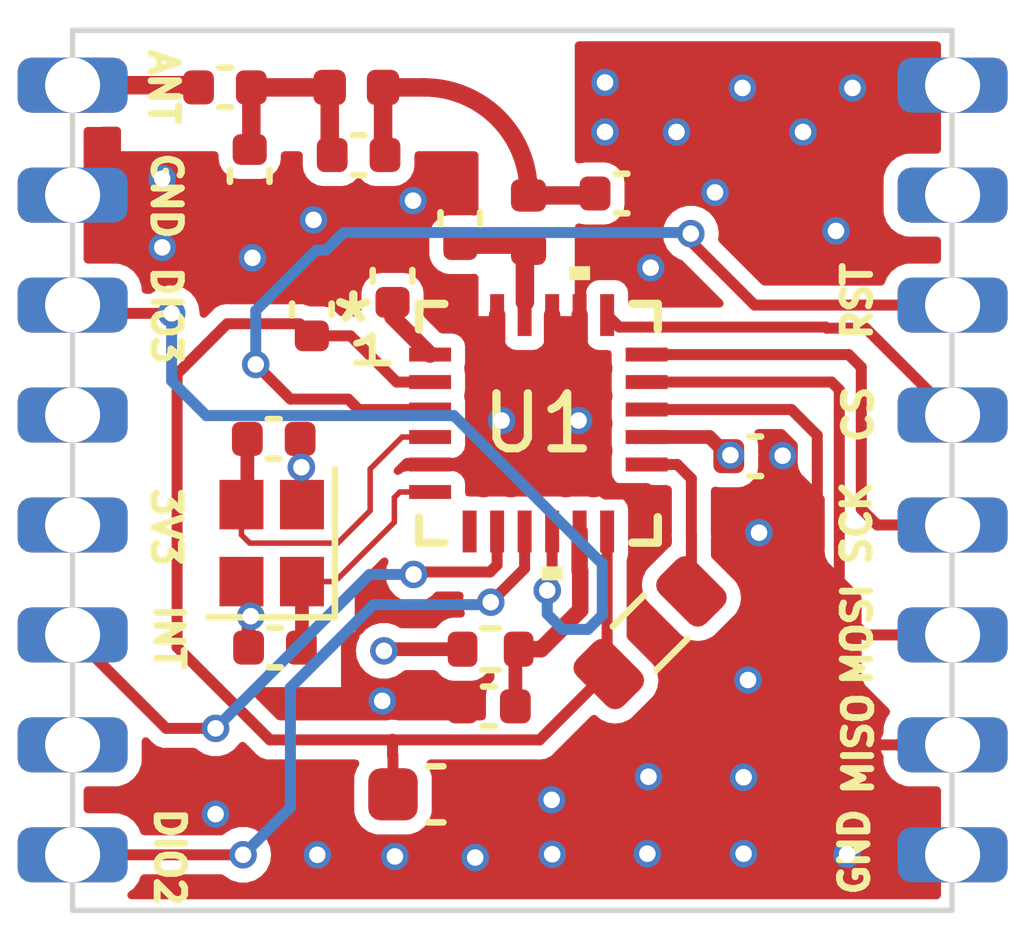
<source format=kicad_pcb>
(kicad_pcb (version 20221018) (generator pcbnew)
  (layers (0 "F.Cu" signal) (1 "In1.Cu" signal) (2 "In2.Cu" signal) (31 "B.Cu" power) (34 "B.Paste" user) (35 "F.Paste" user) (36 "B.SilkS" user "B.Silkscreen") (37 "F.SilkS" user "F.Silkscreen") (38 "B.Mask" user) (39 "F.Mask" user) (44 "Edge.Cuts" user))
  (net 0 "")
  (net 2 "/V_PA")
  (net 3 "GND")
  (net 4 "/V_DCC")
  (net 5 "/XTB_Reference Oscillator")
  (net 6 "/XTA")
  (net 7 "Net-(U1-VBAT_IO)")
  (net 8 "Net-(U1-RFIO)")
  (net 9 "/V_DCC2")
  (net 10 "ANT")
  (net 11 "DIO3")
  (net 12 "INT")
  (net 13 "DIO4")
  (net 14 "DIO1")
  (net 15 "DIO2")
  (net 16 "NRST")
  (net 17 "CS")
  (net 18 "SCK")
  (net 19 "MOSI")
  (net 20 "MISO")
  (net 21 "DIO5")
  (net 22 "3V3")
  (net 23 "Net-(C11-Pad1)")
  (net 24 "Net-(C12-Pad1)")
  (footprint "Connector_Wire:SolderWirePad_1x01_SMD_1x2mm" (layer "F.Cu") (at 90 79 90)
    (fp_text reference "J5" hide)
    (fp_text value "Conn_01x01_Pin" hide)
    (pad "1" thru_hole roundrect (at 0 0 90) (size 1 2) (drill 1) (property pad_prop_castellated) (layers "*.Cu" "*.Mask") (net 22 "3V3"))
  )
  (footprint "Connector_Wire:SolderWirePad_1x01_SMD_1x2mm" (layer "F.Cu") (at 90 83 90)
    (fp_text reference "J7" hide)
    (fp_text value "Conn_01x01_Pin" hide)
    (pad "1" thru_hole roundrect (at 0 0 90) (size 1 2) (drill 1) (property pad_prop_castellated) (layers "*.Cu" "*.Mask") (net 14 "DIO1"))
  )
  (footprint "Connector_Wire:SolderWirePad_1x01_SMD_1x2mm" (layer "F.Cu") (at 106 71 90)
    (fp_text reference "J9" hide)
    (fp_text value "Conn_01x01_Pin" hide)
    (pad "1" thru_hole roundrect (at 0 0 90) (size 1 2) (drill 1) (property pad_prop_castellated) (layers "*.Cu" "*.Mask") (net 3 "GND"))
  )
  (footprint "Capacitor_SMD:C_0402_1005Metric" (layer "F.Cu") (at 99.98 72.97)
    (fp_text reference "C11" hide)
    (fp_text value "1.2pF" hide)
    (fp_line (start -0.107836 -0.36) (end 0.107836 -0.36) (stroke (width 0.12)) (layer "F.SilkS"))
    (fp_line (start -0.107836 0.36) (end 0.107836 0.36) (stroke (width 0.12)) (layer "F.SilkS"))
    (pad "1" smd roundrect (at -0.48 0) (size 0.56 0.62) (layers "F.Cu" "F.Paste" "F.Mask") (net 23 "Net-(C11-Pad1)"))
    (pad "2" smd roundrect (at 0.48 0) (size 0.56 0.62) (layers "F.Cu" "F.Paste" "F.Mask") (net 3 "GND"))
  )
  (footprint "Connector_Wire:SolderWirePad_1x01_SMD_1x2mm" (layer "F.Cu") (at 90 75 90)
    (fp_text reference "J3" hide)
    (fp_text value "Conn_01x01_Pin" hide)
    (pad "1" thru_hole roundrect (at 0 0 90) (size 1 2) (drill 1) (property pad_prop_castellated) (layers "*.Cu" "*.Mask") (net 11 "DIO3"))
  )
  (footprint "Capacitor_SMD:C_0402_1005Metric" (layer "F.Cu") (at 95.817 74.469999 90)
    (fp_text reference "C1" hide)
    (fp_text value "10nF" hide)
    (fp_line (start -0.107836 -0.36) (end 0.107836 -0.36) (stroke (width 0.12)) (layer "F.SilkS"))
    (fp_line (start -0.107836 0.36) (end 0.107836 0.36) (stroke (width 0.12)) (layer "F.SilkS"))
    (pad "1" smd roundrect (at -0.48 0 90) (size 0.56 0.62) (layers "F.Cu" "F.Paste" "F.Mask") (net 2 "/V_PA"))
    (pad "2" smd roundrect (at 0.48 0 90) (size 0.56 0.62) (layers "F.Cu" "F.Paste" "F.Mask") (net 3 "GND"))
  )
  (footprint "Connector_Wire:SolderWirePad_1x01_SMD_1x2mm" (layer "F.Cu") (at 106 85 90)
    (fp_text reference "J16" hide)
    (fp_text value "Conn_01x01_Pin" hide)
    (pad "1" thru_hole roundrect (at 0 0 90) (size 1 2) (drill 1) (property pad_prop_castellated) (layers "*.Cu" "*.Mask") (net 3 "GND"))
  )
  (footprint "Capacitor_SMD:C_0603_1608Metric" (layer "F.Cu") (at 96.6 83.9)
    (fp_text reference "C6" hide)
    (fp_text value "470nF" hide)
    (fp_line (start -0.14058 -0.51) (end 0.14058 -0.51) (stroke (width 0.12)) (layer "F.SilkS"))
    (fp_line (start -0.14058 0.51) (end 0.14058 0.51) (stroke (width 0.12)) (layer "F.SilkS"))
    (pad "1" smd roundrect (at -0.775 0) (size 0.9 0.95) (layers "F.Cu" "F.Paste" "F.Mask") (net 4 "/V_DCC"))
    (pad "2" smd roundrect (at 0.775 0) (size 0.9 0.95) (layers "F.Cu" "F.Paste" "F.Mask") (net 3 "GND"))
  )
  (footprint "SX1280IMLTRT:QFN24_4X4_SEM" (layer "F.Cu") (at 98.4685 77.149999)
    (fp_text reference "U1" (at 0 0 unlocked) (layer "F.SilkS"))
    (fp_text value "SX1280IMLTRT" hide)
    (fp_text user "*" (at -3.363682 -1.8) (layer "F.SilkS"))
    (fp_text user "*" (at -3.363682 -1.8 unlocked) (layer "F.SilkS"))
    (fp_line (start -2.1717 -2.1717) (end -2.1717 -1.70974) (stroke (width 0.1524)) (layer "F.SilkS"))
    (fp_line (start -2.1717 1.70974) (end -2.1717 2.1717) (stroke (width 0.1524)) (layer "F.SilkS"))
    (fp_line (start -2.1717 2.1717) (end -1.70974 2.1717) (stroke (width 0.1524)) (layer "F.SilkS"))
    (fp_line (start -1.70974 -2.1717) (end -2.1717 -2.1717) (stroke (width 0.1524)) (layer "F.SilkS"))
    (fp_line (start 1.70974 2.1717) (end 2.1717 2.1717) (stroke (width 0.1524)) (layer "F.SilkS"))
    (fp_line (start 2.1717 -2.1717) (end 1.70974 -2.1717) (stroke (width 0.1524)) (layer "F.SilkS"))
    (fp_line (start 2.1717 -1.70974) (end 2.1717 -2.1717) (stroke (width 0.1524)) (layer "F.SilkS"))
    (fp_line (start 2.1717 2.1717) (end 2.1717 1.70974) (stroke (width 0.1524)) (layer "F.SilkS"))
    (fp_poly (pts (xy 0.059499 2.6035) (xy 0.059499 2.8575) (xy 0.4405 2.8575) (xy 0.4405 2.6035)) (fill solid) (layer "F.SilkS"))
    (fp_poly (pts (xy 0.559501 -2.6035) (xy 0.559501 -2.8575) (xy 0.940501 -2.8575) (xy 0.940501 -2.6035)) (fill solid) (layer "F.SilkS"))
    (pad "1" smd rect (at -1.9685 -1.25 90) (size 0.254 0.762) (layers "F.Cu" "F.Paste" "F.Mask") (net 2 "/V_PA"))
    (pad "2" smd rect (at -1.9685 -0.750001 90) (size 0.254 0.762) (layers "F.Cu" "F.Paste" "F.Mask") (net 4 "/V_DCC"))
    (pad "3" smd rect (at -1.9685 -0.25 90) (size 0.254 0.762) (layers "F.Cu" "F.Paste" "F.Mask") (net 16 "NRST"))
    (pad "4" smd rect (at -1.9685 0.25 90) (size 0.254 0.762) (layers "F.Cu" "F.Paste" "F.Mask") (net 6 "/XTA"))
    (pad "5" smd rect (at -1.9685 0.750001 90) (size 0.254 0.762) (layers "F.Cu" "F.Paste" "F.Mask") (net 3 "GND"))
    (pad "6" smd rect (at -1.9685 1.25 90) (size 0.254 0.762) (layers "F.Cu" "F.Paste" "F.Mask") (net 5 "/XTB_Reference Oscillator"))
    (pad "7" smd rect (at -1.25 1.9685) (size 0.254 0.762) (layers "F.Cu" "F.Paste" "F.Mask"))
    (pad "8" smd rect (at -0.750001 1.9685) (size 0.254 0.762) (layers "F.Cu" "F.Paste" "F.Mask") (net 12 "INT"))
    (pad "9" smd rect (at -0.25 1.9685) (size 0.254 0.762) (layers "F.Cu" "F.Paste" "F.Mask") (net 15 "DIO2"))
    (pad "10" smd rect (at 0.25 1.9685) (size 0.254 0.762) (layers "F.Cu" "F.Paste" "F.Mask") (net 11 "DIO3"))
    (pad "11" smd rect (at 0.750001 1.9685) (size 0.254 0.762) (layers "F.Cu" "F.Paste" "F.Mask") (net 7 "Net-(U1-VBAT_IO)"))
    (pad "12" smd rect (at 1.25 1.9685) (size 0.254 0.762) (layers "F.Cu" "F.Paste" "F.Mask") (net 4 "/V_DCC"))
    (pad "13" smd rect (at 1.9685 1.25 90) (size 0.254 0.762) (layers "F.Cu" "F.Paste" "F.Mask") (net 3 "GND"))
    (pad "14" smd rect (at 1.9685 0.750001 90) (size 0.254 0.762) (layers "F.Cu" "F.Paste" "F.Mask") (net 9 "/V_DCC2"))
    (pad "15" smd rect (at 1.9685 0.25 90) (size 0.254 0.762) (layers "F.Cu" "F.Paste" "F.Mask") (net 22 "3V3"))
    (pad "16" smd rect (at 1.9685 -0.25 90) (size 0.254 0.762) (layers "F.Cu" "F.Paste" "F.Mask") (net 20 "MISO"))
    (pad "17" smd rect (at 1.9685 -0.750001 90) (size 0.254 0.762) (layers "F.Cu" "F.Paste" "F.Mask") (net 19 "MOSI"))
    (pad "18" smd rect (at 1.9685 -1.25 90) (size 0.254 0.762) (layers "F.Cu" "F.Paste" "F.Mask") (net 18 "SCK"))
    (pad "19" smd rect (at 1.25 -1.9685) (size 0.254 0.762) (layers "F.Cu" "F.Paste" "F.Mask") (net 17 "CS"))
    (pad "20" smd rect (at 0.750001 -1.9685) (size 0.254 0.762) (layers "F.Cu" "F.Paste" "F.Mask") (net 3 "GND"))
    (pad "21" smd rect (at 0.25 -1.9685) (size 0.254 0.762) (layers "F.Cu" "F.Paste" "F.Mask") (net 3 "GND"))
    (pad "22" smd rect (at -0.25 -1.9685) (size 0.254 0.762) (layers "F.Cu" "F.Paste" "F.Mask") (net 8 "Net-(U1-RFIO)"))
    (pad "23" smd rect (at -0.750001 -1.9685) (size 0.254 0.762) (layers "F.Cu" "F.Paste" "F.Mask") (net 3 "GND"))
    (pad "24" smd rect (at -1.25 -1.9685) (size 0.254 0.762) (layers "F.Cu" "F.Paste" "F.Mask") (net 3 "GND"))
    (pad "25" smd rect (at 0 0) (size 2.6416 2.6416) (layers "F.Cu" "F.Mask") (net 3 "GND"))
  )
  (footprint "Capacitor_SMD:C_0402_1005Metric" (layer "F.Cu") (at 102.41 77.75 180)
    (fp_text reference "C8" hide)
    (fp_text value "100nF")
    (fp_line (start -0.107836 -0.36) (end 0.107836 -0.36) (stroke (width 0.12)) (layer "F.SilkS"))
    (fp_line (start -0.107836 0.36) (end 0.107836 0.36) (stroke (width 0.12)) (layer "F.SilkS"))
    (pad "1" smd roundrect (at -0.48 0 180) (size 0.56 0.62) (layers "F.Cu" "F.Paste" "F.Mask") (net 3 "GND"))
    (pad "2" smd roundrect (at 0.48 0 180) (size 0.56 0.62) (layers "F.Cu" "F.Paste" "F.Mask") (net 22 "3V3"))
  )
  (footprint "Connector_Wire:SolderWirePad_1x01_SMD_1x2mm" (layer "F.Cu") (at 90 81 90)
    (fp_text reference "J6" hide)
    (fp_text value "Conn_01x01_Pin" hide)
    (pad "1" thru_hole roundrect (at 0 0 90) (size 1 2) (drill 1) (property pad_prop_castellated) (layers "*.Cu" "*.Mask") (net 12 "INT"))
  )
  (footprint "Connector_Wire:SolderWirePad_1x01_SMD_1x2mm" (layer "F.Cu") (at 106 77 90)
    (fp_text reference "J12" hide)
    (fp_text value "Conn_01x01_Pin" hide)
    (pad "1" thru_hole roundrect (at 0 0 90) (size 1 2) (drill 1) (property pad_prop_castellated) (layers "*.Cu" "*.Mask") (net 17 "CS"))
  )
  (footprint "Inductor_SMD:L_0402_1005Metric" (layer "F.Cu") (at 95.16 71.04 180)
    (fp_text reference "L3" hide)
    (fp_text value "2.5nH" hide)
    (pad "1" smd roundrect (at -0.485 0 180) (size 0.59 0.64) (layers "F.Cu" "F.Paste" "F.Mask") (net 23 "Net-(C11-Pad1)"))
    (pad "2" smd roundrect (at 0.485 0 180) (size 0.59 0.64) (layers "F.Cu" "F.Paste" "F.Mask") (net 24 "Net-(C12-Pad1)"))
  )
  (footprint "Capacitor_SMD:C_0402_1005Metric" (layer "F.Cu") (at 97.05 73.42 90)
    (fp_text reference "C7" hide)
    (fp_text value "0.8pF")
    (fp_line (start -0.107836 -0.36) (end 0.107836 -0.36) (stroke (width 0.12)) (layer "F.SilkS"))
    (fp_line (start -0.107836 0.36) (end 0.107836 0.36) (stroke (width 0.12)) (layer "F.SilkS"))
    (pad "1" smd roundrect (at -0.48 0 90) (size 0.56 0.62) (layers "F.Cu" "F.Paste" "F.Mask") (net 8 "Net-(U1-RFIO)"))
    (pad "2" smd roundrect (at 0.48 0 90) (size 0.56 0.62) (layers "F.Cu" "F.Paste" "F.Mask") (net 3 "GND"))
  )
  (footprint "Capacitor_SMD:C_0402_1005Metric" (layer "F.Cu") (at 94.35 75.08 90)
    (fp_text reference "C2" hide)
    (fp_text value "10nF" hide)
    (fp_line (start -0.107836 -0.36) (end 0.107836 -0.36) (stroke (width 0.12)) (layer "F.SilkS"))
    (fp_line (start -0.107836 0.36) (end 0.107836 0.36) (stroke (width 0.12)) (layer "F.SilkS"))
    (pad "1" smd roundrect (at -0.48 0 90) (size 0.56 0.62) (layers "F.Cu" "F.Paste" "F.Mask") (net 4 "/V_DCC"))
    (pad "2" smd roundrect (at 0.48 0 90) (size 0.56 0.62) (layers "F.Cu" "F.Paste" "F.Mask") (net 3 "GND"))
  )
  (footprint "Connector_Wire:SolderWirePad_1x01_SMD_1x2mm" (layer "F.Cu") (at 90 73 90)
    (fp_text reference "J2" hide)
    (fp_text value "Conn_01x01_Pin" hide)
    (pad "1" thru_hole roundrect (at 0 0 90) (size 1 2) (drill 1) (property pad_prop_castellated) (layers "*.Cu" "*.Mask") (net 3 "GND"))
  )
  (footprint "Connector_Wire:SolderWirePad_1x01_SMD_1x2mm" (layer "F.Cu") (at 106 75 90)
    (fp_text reference "J11" hide)
    (fp_text value "Conn_01x01_Pin" hide)
    (pad "1" thru_hole roundrect (at 0 0 90) (size 1 2) (drill 1) (property pad_prop_castellated) (layers "*.Cu" "*.Mask") (net 16 "NRST"))
  )
  (footprint "Connector_Wire:SolderWirePad_1x01_SMD_1x2mm" (layer "F.Cu") (at 106 83 90)
    (fp_text reference "J15" hide)
    (fp_text value "Conn_01x01_Pin" hide)
    (pad "1" thru_hole roundrect (at 0 0 90) (size 1 2) (drill 1) (property pad_prop_castellated) (layers "*.Cu" "*.Mask") (net 20 "MISO"))
  )
  (footprint "Capacitor_SMD:C_0402_1005Metric" (layer "F.Cu") (at 97.57 82.3 180)
    (fp_text reference "C5" hide)
    (fp_text value "100nF" hide)
    (fp_line (start -0.107836 -0.36) (end 0.107836 -0.36) (stroke (width 0.12)) (layer "F.SilkS"))
    (fp_line (start -0.107836 0.36) (end 0.107836 0.36) (stroke (width 0.12)) (layer "F.SilkS"))
    (pad "1" smd roundrect (at -0.48 0 180) (size 0.56 0.62) (layers "F.Cu" "F.Paste" "F.Mask") (net 7 "Net-(U1-VBAT_IO)"))
    (pad "2" smd roundrect (at 0.48 0 180) (size 0.56 0.62) (layers "F.Cu" "F.Paste" "F.Mask") (net 3 "GND"))
  )
  (footprint "Connector_Wire:SolderWirePad_1x01_SMD_1x2mm" (layer "F.Cu") (at 90 77 90)
    (fp_text reference "J4" hide)
    (fp_text value "Conn_01x01_Pin" hide)
    (pad "1" thru_hole roundrect (at 0 0 90) (size 1 2) (drill 1) (property pad_prop_castellated) (layers "*.Cu" "*.Mask") (net 13 "DIO4"))
  )
  (footprint "Connector_Wire:SolderWirePad_1x01_SMD_1x2mm" (layer "F.Cu") (at 106 81 90)
    (fp_text reference "J14" hide)
    (fp_text value "Conn_01x01_Pin" hide)
    (pad "1" thru_hole roundrect (at 0 0 90) (size 1 2) (drill 1) (property pad_prop_castellated) (layers "*.Cu" "*.Mask") (net 19 "MOSI"))
  )
  (footprint "Capacitor_SMD:C_0402_1005Metric" (layer "F.Cu") (at 95.2 72.27)
    (fp_text reference "C12" hide)
    (fp_text value "0.5pF")
    (fp_line (start -0.107836 -0.36) (end 0.107836 -0.36) (stroke (width 0.12)) (layer "F.SilkS"))
    (fp_line (start -0.107836 0.36) (end 0.107836 0.36) (stroke (width 0.12)) (layer "F.SilkS"))
    (pad "1" smd roundrect (at -0.48 0) (size 0.56 0.62) (layers "F.Cu" "F.Paste" "F.Mask") (net 24 "Net-(C12-Pad1)"))
    (pad "2" smd roundrect (at 0.48 0) (size 0.56 0.62) (layers "F.Cu" "F.Paste" "F.Mask") (net 23 "Net-(C11-Pad1)"))
  )
  (footprint "Connector_Wire:SolderWirePad_1x01_SMD_1x2mm" (layer "F.Cu") (at 90 71 90)
    (fp_text reference "J1" hide)
    (fp_text value "Conn_01x01_Pin" hide)
    (pad "1" thru_hole roundrect (at 0 0 90) (size 1 2) (drill 1) (property pad_prop_castellated) (layers "*.Cu" "*.Mask") (net 10 "ANT"))
  )
  (footprint "Capacitor_SMD:C_0402_1005Metric" (layer "F.Cu") (at 93.22 72.65 -90)
    (fp_text reference "C13" hide)
    (fp_text value "1.2pF" hide)
    (fp_line (start -0.107836 -0.36) (end 0.107836 -0.36) (stroke (width 0.12)) (layer "F.SilkS"))
    (fp_line (start -0.107836 0.36) (end 0.107836 0.36) (stroke (width 0.12)) (layer "F.SilkS"))
    (pad "1" smd roundrect (at -0.48 0 270) (size 0.56 0.62) (layers "F.Cu" "F.Paste" "F.Mask") (net 24 "Net-(C12-Pad1)"))
    (pad "2" smd roundrect (at 0.48 0 270) (size 0.56 0.62) (layers "F.Cu" "F.Paste" "F.Mask") (net 3 "GND"))
  )
  (footprint "Crystal:Crystal_SMD_2016-4Pin_2.0x1.6mm" (layer "F.Cu") (at 93.62 79.33 90)
    (fp_text reference "Y1" hide)
    (fp_text value "ABM13W-52.0MHz")
    (fp_line (start -1.35 -1.15) (end -1.35 1.15) (stroke (width 0.12)) (layer "F.SilkS"))
    (fp_line (start -1.35 1.15) (end 1.35 1.15) (stroke (width 0.12)) (layer "F.SilkS"))
    (pad "1" smd rect (at -0.7 0.55 90) (size 0.9 0.8) (layers "F.Cu" "F.Paste" "F.Mask") (net 5 "/XTB_Reference Oscillator"))
    (pad "2" smd rect (at 0.7 0.55 90) (size 0.9 0.8) (layers "F.Cu" "F.Paste" "F.Mask") (net 3 "GND"))
    (pad "3" smd rect (at 0.7 -0.55 90) (size 0.9 0.8) (layers "F.Cu" "F.Paste" "F.Mask") (net 6 "/XTA"))
    (pad "4" smd rect (at -0.7 -0.55 90) (size 0.9 0.8) (layers "F.Cu" "F.Paste" "F.Mask") (net 3 "GND"))
  )
  (footprint "Connector_Wire:SolderWirePad_1x01_SMD_1x2mm" (layer "F.Cu") (at 90 85 90)
    (fp_text reference "J8" hide)
    (fp_text value "Conn_01x01_Pin" hide)
    (pad "1" thru_hole roundrect (at 0 0 90) (size 1 2) (drill 1) (property pad_prop_castellated) (layers "*.Cu" "*.Mask") (net 15 "DIO2"))
  )
  (footprint "Inductor_SMD:L_0805_2012Metric" (layer "F.Cu") (at 100.5 80.96 45)
    (fp_text reference "L1" hide)
    (fp_text value "15uH" hide)
    (fp_line (start -0.399622 -0.56) (end 0.399622 -0.56) (stroke (width 0.12)) (layer "F.SilkS"))
    (fp_line (start -0.399622 0.56) (end 0.399622 0.56) (stroke (width 0.12)) (layer "F.SilkS"))
    (pad "1" smd roundrect (at -1.0625 0 45) (size 0.875 1.2) (layers "F.Cu" "F.Paste" "F.Mask") (net 4 "/V_DCC"))
    (pad "2" smd roundrect (at 1.0625 0 45) (size 0.875 1.2) (layers "F.Cu" "F.Paste" "F.Mask") (net 9 "/V_DCC2"))
  )
  (footprint "Capacitor_SMD:C_0402_1005Metric" (layer "F.Cu") (at 92.77 71.04)
    (fp_text reference "C14" hide)
    (fp_text value "100pF")
    (fp_line (start -0.107836 -0.36) (end 0.107836 -0.36) (stroke (width 0.12)) (layer "F.SilkS"))
    (fp_line (start -0.107836 0.36) (end 0.107836 0.36) (stroke (width 0.12)) (layer "F.SilkS"))
    (pad "1" smd roundrect (at -0.48 0) (size 0.56 0.62) (layers "F.Cu" "F.Paste" "F.Mask") (net 10 "ANT"))
    (pad "2" smd roundrect (at 0.48 0) (size 0.56 0.62) (layers "F.Cu" "F.Paste" "F.Mask") (net 24 "Net-(C12-Pad1)"))
  )
  (footprint "Connector_Wire:SolderWirePad_1x01_SMD_1x2mm" (layer "F.Cu") (at 106 73 90)
    (fp_text reference "J10" hide)
    (fp_text value "Conn_01x01_Pin" hide)
    (pad "1" thru_hole roundrect (at 0 0 90) (size 1 2) (drill 1) (property pad_prop_castellated) (layers "*.Cu" "*.Mask") (net 21 "DIO5"))
  )
  (footprint "Connector_Wire:SolderWirePad_1x01_SMD_1x2mm" (layer "F.Cu") (at 106 79 90)
    (fp_text reference "J13" hide)
    (fp_text value "Conn_01x01_Pin" hide)
    (pad "1" thru_hole roundrect (at 0 0 90) (size 1 2) (drill 1) (property pad_prop_castellated) (layers "*.Cu" "*.Mask") (net 18 "SCK"))
  )
  (footprint "Capacitor_SMD:C_0402_1005Metric" (layer "F.Cu") (at 93.68 81.23)
    (fp_text reference "C3" hide)
    (fp_text value "1nF")
    (fp_line (start -0.107836 -0.36) (end 0.107836 -0.36) (stroke (width 0.12)) (layer "F.SilkS"))
    (fp_line (start -0.107836 0.36) (end 0.107836 0.36) (stroke (width 0.12)) (layer "F.SilkS"))
    (pad "1" smd roundrect (at -0.48 0) (size 0.56 0.62) (layers "F.Cu" "F.Paste" "F.Mask") (net 3 "GND"))
    (pad "2" smd roundrect (at 0.48 0) (size 0.56 0.62) (layers "F.Cu" "F.Paste" "F.Mask") (net 5 "/XTB_Reference Oscillator"))
  )
  (footprint "Resistor_SMD:R_0402_1005Metric" (layer "F.Cu") (at 97.6 81.26)
    (fp_text reference "R1" hide)
    (fp_text value "0R" hide)
    (fp_line (start -0.153641 -0.38) (end 0.153641 -0.38) (stroke (width 0.12)) (layer "F.SilkS"))
    (fp_line (start -0.153641 0.38) (end 0.153641 0.38) (stroke (width 0.12)) (layer "F.SilkS"))
    (pad "1" smd roundrect (at -0.51 0) (size 0.54 0.64) (layers "F.Cu" "F.Paste" "F.Mask") (net 22 "3V3"))
    (pad "2" smd roundrect (at 0.51 0) (size 0.54 0.64) (layers "F.Cu" "F.Paste" "F.Mask") (net 7 "Net-(U1-VBAT_IO)"))
  )
  (footprint "Capacitor_SMD:C_0402_1005Metric" (layer "F.Cu") (at 93.657 77.434 180)
    (fp_text reference "C4" hide)
    (fp_text value "1nF" hide)
    (fp_line (start -0.107836 -0.36) (end 0.107836 -0.36) (stroke (width 0.12)) (layer "F.SilkS"))
    (fp_line (start -0.107836 0.36) (end 0.107836 0.36) (stroke (width 0.12)) (layer "F.SilkS"))
    (pad "1" smd roundrect (at -0.48 0 180) (size 0.56 0.62) (layers "F.Cu" "F.Paste" "F.Mask") (net 3 "GND"))
    (pad "2" smd roundrect (at 0.48 0 180) (size 0.56 0.62) (layers "F.Cu" "F.Paste" "F.Mask") (net 6 "/XTA"))
  )
  (footprint "Inductor_SMD:L_0402_1005Metric" (layer "F.Cu") (at 98.29 73.49 90)
    (fp_text reference "L2" hide)
    (fp_text value "3nH" hide)
    (pad "1" smd roundrect (at -0.485 0 90) (size 0.59 0.64) (layers "F.Cu" "F.Paste" "F.Mask") (net 8 "Net-(U1-RFIO)"))
    (pad "2" smd roundrect (at 0.485 0 90) (size 0.59 0.64) (layers "F.Cu" "F.Paste" "F.Mask") (net 23 "Net-(C11-Pad1)"))
  )
  (gr_rect (start 90 70) (end 105.99 86.01) (stroke (width 0.1)) (fill none) (layer "Edge.Cuts"))
  (gr_text "CS" (at 104.58 77.56 90) (layer "F.SilkS") (effects (font (size 0.5 0.5) (thickness 0.125) bold) (justify left bottom)))
  (gr_text "RST" (at 104.56 75.69 90) (layer "F.SilkS") (effects (font (size 0.5 0.5) (thickness 0.125) bold) (justify left bottom)))
  (gr_text "DIO2" (at 91.47 84.09 270) (layer "F.SilkS") (effects (font (size 0.5 0.5) (thickness 0.125) bold) (justify left bottom)))
  (gr_text "GND" (at 91.41 72.17 270) (layer "F.SilkS") (effects (font (size 0.5 0.5) (thickness 0.125) bold) (justify left bottom)))
  (gr_text "GND" (at 104.51 85.79 90) (layer "F.SilkS") (effects (font (size 0.5 0.5) (thickness 0.125) bold) (justify left bottom)))
  (gr_text "1" (at 94.89 76.12) (layer "F.SilkS") (effects (font (size 0.5 1) (thickness 0.125)) (justify left bottom)))
  (gr_text "DIO3" (at 91.41 74.24 270) (layer "F.SilkS") (effects (font (size 0.5 0.5) (thickness 0.125) bold) (justify left bottom)))
  (gr_text "3V3" (at 91.41 78.27 270) (layer "F.SilkS") (effects (font (size 0.5 0.5) (thickness 0.125) bold) (justify left bottom)))
  (gr_text "MISO" (at 104.58 82.98 90) (layer "F.SilkS") (effects (font (size 0.5 0.5) (thickness 0.125) bold) (justify bottom)))
  (gr_text "ANT" (at 91.36 70.29 270) (layer "F.SilkS") (effects (font (size 0.5 0.5) (thickness 0.125) bold) (justify left bottom)))
  (gr_text "SCK" (at 104.55 79.79 90) (layer "F.SilkS") (effects (font (size 0.5 0.5) (thickness 0.125) bold) (justify left bottom)))
  (gr_text "MOSI" (at 104.56 80.99 90) (layer "F.SilkS") (effects (font (size 0.5 0.5) (thickness 0.125) bold) (justify bottom)))
  (gr_text "INT" (at 91.46 80.39 270) (layer "F.SilkS") (effects (font (size 0.5 0.5) (thickness 0.125) bold) (justify left bottom)))
  (segment (start 95.817 75.216999) (end 96.5 75.899999) (width 0.3) (layer "F.Cu") (net 2))
  (segment (start 95.817 74.949999) (end 95.817 75.216999) (width 0.3) (layer "F.Cu") (net 2))
  (segment (start 96.027 73.989999) (end 97.2185 75.181499) (width 0.3) (layer "F.Cu") (net 3))
  (segment (start 97.8 76.481499) (end 97.8 77.1) (width 0.3) (layer "F.Cu") (net 3))
  (segment (start 97.718499 77.9) (end 98.4685 77.149999) (width 0.2) (layer "F.Cu") (net 3))
  (segment (start 94.17 77.467) (end 94.137 77.434) (width 0.25) (layer "F.Cu") (net 3))
  (segment (start 98.7185 76.899999) (end 98.4685 77.149999) (width 0.3) (layer "F.Cu") (net 3))
  (segment (start 97.2185 75.181499) (end 97.2185 75.435499) (width 0.3) (layer "F.Cu") (net 3))
  (segment (start 94.17 78.63) (end 94.17 77.467) (width 0.25) (layer "F.Cu") (net 3))
  (segment (start 100.4245 78.387499) (end 99.706 78.387499) (width 0.3) (layer "F.Cu") (net 3))
  (segment (start 99.2 76.418499) (end 99.2 77.1) (width 0.3) (layer "F.Cu") (net 3))
  (segment (start 96.5 77.9) (end 97.718499 77.9) (width 0.2) (layer "F.Cu") (net 3))
  (segment (start 97.2185 75.422999) (end 97.2415 75.422999) (width 0.3) (layer "F.Cu") (net 3))
  (segment (start 97.2185 75.181499) (end 97.2185 75.422999) (width 0.3) (layer "F.Cu") (net 3))
  (segment (start 97.8 77.1) (end 98.418501 77.1) (width 0.3) (layer "F.Cu") (net 3))
  (segment (start 99.218501 76.399998) (end 99.2 76.418499) (width 0.3) (layer "F.Cu") (net 3))
  (segment (start 99.218501 75.181499) (end 99.218501 76.399998) (width 0.3) (layer "F.Cu") (net 3))
  (segment (start 97.475 84) (end 97.375 83.9) (width 0.3) (layer "F.Cu") (net 3))
  (segment (start 99.706 78.387499) (end 98.4685 77.149999) (width 0.3) (layer "F.Cu") (net 3))
  (segment (start 93.2 80.16) (end 93.07 80.03) (width 0.25) (layer "F.Cu") (net 3))
  (segment (start 100.437 78.399999) (end 100.4245 78.387499) (width 0.3) (layer "F.Cu") (net 3))
  (segment (start 98.7185 75.181499) (end 98.7185 76.899999) (width 0.3) (layer "F.Cu") (net 3))
  (segment (start 93.2 81.23) (end 93.2 80.16) (width 0.25) (layer "F.Cu") (net 3))
  (segment (start 95.817 73.989999) (end 96.027 73.989999) (width 0.3) (layer "F.Cu") (net 3))
  (segment (start 101.68 72.97) (end 101.69 72.96) (width 0.336) (layer "F.Cu") (net 3))
  (segment (start 98.7 84) (end 98.71 84) (width 0.3) (layer "F.Cu") (net 3))
  (segment (start 97.718499 75.181499) (end 97.718499 76.399998) (width 0.3) (layer "F.Cu") (net 3))
  (segment (start 99.2 77.1) (end 98.518499 77.1) (width 0.3) (layer "F.Cu") (net 3))
  (segment (start 98.4685 76.649999) (end 98.4685 77.149999) (width 0.3) (layer "F.Cu") (net 3))
  (segment (start 97.718499 76.399998) (end 97.8 76.481499) (width 0.3) (layer "F.Cu") (net 3))
  (segment (start 98.518499 77.1) (end 98.4685 77.149999) (width 0.3) (layer "F.Cu") (net 3))
  (segment (start 97.2415 75.422999) (end 98.4685 76.649999) (width 0.3) (layer "F.Cu") (net 3))
  (segment (start 98.418501 77.1) (end 98.4685 77.149999) (width 0.3) (layer "F.Cu") (net 3))
  (via (at 93.27 74.14) (size 0.5) (drill 0.3) (layers "F.Cu" "B.Cu") (net 3))
  (via (at 98.71 84) (size 0.5) (drill 0.3) (layers "F.Cu" "B.Cu") (net 3))
  (via (at 99.2 77.1) (size 0.5) (drill 0.3) (layers "F.Cu" "B.Cu") (net 3))
  (via (at 91.63 72.7) (size 0.5) (drill 0.3) (layers "F.Cu" "B.Cu") (net 3))
  (via (at 100.45 84.98) (size 0.5) (drill 0.3) (layers "F.Cu" "B.Cu") (net 3))
  (via (at 101.68 72.95) (size 0.5) (drill 0.3) (layers "F.Cu" "B.Cu") (net 3))
  (via (at 100.51 74.32) (size 0.5) (drill 0.3) (layers "F.Cu" "B.Cu") (net 3))
  (via (at 102.91 77.74) (size 0.5) (drill 0.3) (layers "F.Cu" "B.Cu") (net 3))
  (via (at 100.98 71.85) (size 0.5) (drill 0.3) (layers "F.Cu" "B.Cu") (net 3))
  (via (at 92.6 84.26) (size 0.5) (drill 0.3) (layers "F.Cu" "B.Cu") (net 3))
  (via (at 103.88 73.65) (size 0.5) (drill 0.3) (layers "F.Cu" "B.Cu") (net 3))
  (via (at 94.38 73.45) (size 0.5) (drill 0.3) (layers "F.Cu" "B.Cu") (net 3))
  (via (at 99.68 71.85) (size 0.5) (drill 0.3) (layers "F.Cu" "B.Cu") (net 3))
  (via (at 93.24 80.66) (size 0.5) (drill 0.3) (layers "F.Cu" "B.Cu") (net 3))
  (via (at 102.2 84.98) (size 0.5) (drill 0.3) (layers "F.Cu" "B.Cu") (net 3))
  (via (at 94.45 85) (size 0.5) (drill 0.3) (layers "F.Cu" "B.Cu") (net 3))
  (via (at 96.19 73.1) (size 0.5) (drill 0.3) (layers "F.Cu" "B.Cu") (net 3))
  (via (at 94.16 77.95) (size 0.5) (drill 0.3) (layers "F.Cu" "B.Cu") (net 3))
  (via (at 99.68 70.95) (size 0.5) (drill 0.3) (layers "F.Cu" "B.Cu") (net 3))
  (via (at 100.47 83.58) (size 0.5) (drill 0.3) (layers "F.Cu" "B.Cu") (net 3))
  (via (at 104.08 84.99) (size 0.5) (drill 0.3) (layers "F.Cu" "B.Cu") (net 3))
  (via (at 95.86 85.03) (size 0.5) (drill 0.3) (layers "F.Cu" "B.Cu") (net 3))
  (via (at 103.28 71.85) (size 0.5) (drill 0.3) (layers "F.Cu" "B.Cu") (net 3))
  (via (at 102.18 71.05) (size 0.5) (drill 0.3) (layers "F.Cu" "B.Cu") (net 3))
  (via (at 104.18 71.05) (size 0.5) (drill 0.3) (layers "F.Cu" "B.Cu") (net 3))
  (via (at 91.63 73.95) (size 0.5) (drill 0.3) (layers "F.Cu" "B.Cu") (net 3))
  (via (at 102.2 83.59) (size 0.5) (drill 0.3) (layers "F.Cu" "B.Cu") (net 3))
  (via (at 97.32 85.05) (size 0.5) (drill 0.3) (layers "F.Cu" "B.Cu") (net 3))
  (via (at 102.48 79.14) (size 0.5) (drill 0.3) (layers "F.Cu" "B.Cu") (net 3))
  (via (at 95.63 82.2) (size 0.5) (drill 0.3) (layers "F.Cu" "B.Cu") (net 3))
  (via (at 97.8 77.1) (size 0.5) (drill 0.3) (layers "F.Cu" "B.Cu") (net 3))
  (via (at 102.28 81.82) (size 0.5) (drill 0.3) (layers "F.Cu" "B.Cu") (net 3))
  (via (at 98.72 84.99) (size 0.5) (drill 0.3) (layers "F.Cu" "B.Cu") (net 3))
  (segment (start 95.817 83) (end 95.817 83.189999) (width 0.2) (layer "F.Cu") (net 4))
  (segment (start 93.587818 82.91) (end 95.827 82.91) (width 0.2) (layer "F.Cu") (net 4))
  (segment (start 95.052001 75.56) (end 94.35 75.56) (width 0.2) (layer "F.Cu") (net 4))
  (segment (start 91.9 76.25) (end 91.9 81.222182) (width 0.2) (layer "F.Cu") (net 4))
  (segment (start 95.817 82.9) (end 95.827 82.91) (width 0.2) (layer "F.Cu") (net 4))
  (segment (start 95.891999 76.399998) (end 95.052001 75.56) (width 0.2) (layer "F.Cu") (net 4))
  (segment (start 92.81 75.34) (end 91.9 76.25) (width 0.2) (layer "F.Cu") (net 4))
  (segment (start 98.49 82.91) (end 99.7 81.7) (width 0.2) (layer "F.Cu") (net 4))
  (segment (start 96.5 76.399998) (end 95.891999 76.399998) (width 0.2) (layer "F.Cu") (net 4))
  (segment (start 95.825 83.9) (end 95.825 83.197999) (width 0.2) (layer "F.Cu") (net 4))
  (segment (start 99.7185 81.6815) (end 99.7 81.7) (width 0.2) (layer "F.Cu") (net 4))
  (segment (start 94.35 75.56) (end 94.13 75.34) (width 0.2) (layer "F.Cu") (net 4))
  (segment (start 95.825 83.197999) (end 95.817 83.189999) (width 0.2) (layer "F.Cu") (net 4))
  (segment (start 95.817 82.9) (end 95.817 83) (width 0.2) (layer "F.Cu") (net 4))
  (segment (start 94.13 75.34) (end 92.81 75.34) (width 0.2) (layer "F.Cu") (net 4))
  (segment (start 91.9 81.222182) (end 93.587818 82.91) (width 0.2) (layer "F.Cu") (net 4))
  (segment (start 99.7185 79.118499) (end 99.7185 81.6815) (width 0.2) (layer "F.Cu") (net 4))
  (segment (start 95.827 82.91) (end 98.49 82.91) (width 0.2) (layer "F.Cu") (net 4))
  (segment (start 95.85 78.5) (end 95.85 78.95) (width 0.1) (layer "F.Cu") (net 5))
  (segment (start 94.17 80.03) (end 94.17 81.22) (width 0.25) (layer "F.Cu") (net 5))
  (segment (start 95.950001 78.399999) (end 95.85 78.5) (width 0.1) (layer "F.Cu") (net 5))
  (segment (start 96.5 78.399999) (end 96.307 78.399999) (width 0.2) (layer "F.Cu") (net 5))
  (segment (start 94.17 80.03) (end 94.77 80.03) (width 0.1) (layer "F.Cu") (net 5))
  (segment (start 94.17 81.22) (end 94.16 81.23) (width 0.25) (layer "F.Cu") (net 5))
  (segment (start 94.77 80.03) (end 95.85 78.95) (width 0.1) (layer "F.Cu") (net 5))
  (segment (start 96.5 78.399999) (end 95.950001 78.399999) (width 0.1) (layer "F.Cu") (net 5))
  (segment (start 93.07 79.18) (end 93.07 78.63) (width 0.1) (layer "F.Cu") (net 6))
  (segment (start 95.992001 77.399999) (end 95.41 77.982) (width 0.1) (layer "F.Cu") (net 6))
  (segment (start 96.5 77.399999) (end 95.992001 77.399999) (width 0.1) (layer "F.Cu") (net 6))
  (segment (start 94.82 79.33) (end 93.22 79.33) (width 0.1) (layer "F.Cu") (net 6))
  (segment (start 95.41 77.982) (end 95.41 78.74) (width 0.1) (layer "F.Cu") (net 6))
  (segment (start 95.41 78.74) (end 94.82 79.33) (width 0.1) (layer "F.Cu") (net 6))
  (segment (start 93.177 78.523) (end 93.07 78.63) (width 0.25) (layer "F.Cu") (net 6))
  (segment (start 93.22 79.33) (end 93.07 79.18) (width 0.1) (layer "F.Cu") (net 6))
  (segment (start 93.177 77.434) (end 93.177 78.523) (width 0.25) (layer "F.Cu") (net 6))
  (segment (start 98.517747 81.26) (end 98.11 81.26) (width 0.3) (layer "F.Cu") (net 7))
  (segment (start 99.229609 79.837606) (end 99.229609 80.548138) (width 0.3) (layer "F.Cu") (net 7))
  (segment (start 99.218501 79.826498) (end 99.229609 79.837606) (width 0.3) (layer "F.Cu") (net 7))
  (segment (start 99.218501 79.118499) (end 99.218501 79.826498) (width 0.3) (layer "F.Cu") (net 7))
  (segment (start 98.05 82.3) (end 98.05 81.32) (width 0.25) (layer "F.Cu") (net 7))
  (segment (start 99.229609 80.548138) (end 98.517747 81.26) (width 0.3) (layer "F.Cu") (net 7))
  (segment (start 98.05 81.32) (end 98.11 81.26) (width 0.25) (layer "F.Cu") (net 7))
  (segment (start 98.215 73.9) (end 98.29 73.975) (width 0.336) (layer "F.Cu") (net 8))
  (segment (start 98.2235 74.0415) (end 98.2235 74.943936) (width 0.336) (layer "F.Cu") (net 8))
  (segment (start 97.05 73.9) (end 98.215 73.9) (width 0.336) (layer "F.Cu") (net 8))
  (segment (start 98.29 73.975) (end 98.2235 74.0415) (width 0.336) (layer "F.Cu") (net 8))
  (segment (start 101.25 79.2) (end 101.251301 79.201301) (width 0.2) (layer "F.Cu") (net 9))
  (segment (start 101.25 78.15604) (end 101.25 79.2) (width 0.2) (layer "F.Cu") (net 9))
  (segment (start 101.251301 79.201301) (end 101.251301 80.208699) (width 0.2) (layer "F.Cu") (net 9))
  (segment (start 100.437 77.9) (end 100.99396 77.9) (width 0.2) (layer "F.Cu") (net 9))
  (segment (start 100.99396 77.9) (end 101.25 78.15604) (width 0.2) (layer "F.Cu") (net 9))
  (segment (start 90 71) (end 92.25 71) (width 0.336) (layer "F.Cu") (net 10))
  (segment (start 92.25 71) (end 92.29 71.04) (width 0.336) (layer "F.Cu") (net 10))
  (segment (start 90.15 75.15) (end 90 75) (width 0.2) (layer "F.Cu") (net 11))
  (segment (start 98.7185 80.210718) (end 98.650865 80.210718) (width 0.2) (layer "F.Cu") (net 11))
  (segment (start 98.650865 80.210718) (end 98.630109 80.189962) (width 0.2) (layer "F.Cu") (net 11))
  (segment (start 91.8 75.15) (end 90.15 75.15) (width 0.2) (layer "F.Cu") (net 11))
  (segment (start 98.7185 79.118499) (end 98.7185 80.210718) (width 0.2) (layer "F.Cu") (net 11))
  (via (at 98.630109 80.189962) (size 0.5) (drill 0.3) (layers "F.Cu" "B.Cu") (net 11))
  (via (at 91.8 75.15) (size 0.5) (drill 0.3) (layers "F.Cu" "B.Cu") (net 11))
  (segment (start 92.43 77.01) (end 91.8 76.38) (width 0.2) (layer "B.Cu") (net 11))
  (segment (start 91.8 76.38) (end 91.8 75.15) (width 0.2) (layer "B.Cu") (net 11))
  (segment (start 99.64 80.63) (end 99.63 80.62) (width 0.2) (layer "B.Cu") (net 11))
  (segment (start 99.37 80.9) (end 99.64 80.63) (width 0.2) (layer "B.Cu") (net 11))
  (segment (start 98.630109 80.189962) (end 98.630109 80.620109) (width 0.2) (layer "B.Cu") (net 11))
  (segment (start 99.63 80.62) (end 99.63 79.69) (width 0.2) (layer "B.Cu") (net 11))
  (segment (start 99.63 79.69) (end 99.612182 79.69) (width 0.2) (layer "B.Cu") (net 11))
  (segment (start 98.91 80.9) (end 99.37 80.9) (width 0.2) (layer "B.Cu") (net 11))
  (segment (start 99.612182 79.69) (end 96.932182 77.01) (width 0.2) (layer "B.Cu") (net 11))
  (segment (start 96.932182 77.01) (end 92.43 77.01) (width 0.2) (layer "B.Cu") (net 11))
  (segment (start 98.630109 80.620109) (end 98.91 80.9) (width 0.2) (layer "B.Cu") (net 11))
  (segment (start 92.6 82.7) (end 91.7 82.7) (width 0.2) (layer "F.Cu") (net 12))
  (segment (start 97.718499 79.118499) (end 97.718499 79.7265) (width 0.2) (layer "F.Cu") (net 12))
  (segment (start 97.718499 79.7265) (end 97.589352 79.855647) (width 0.2) (layer "F.Cu") (net 12))
  (segment (start 97.589352 79.855647) (end 96.244353 79.855647) (width 0.2) (layer "F.Cu") (net 12))
  (segment (start 91.7 82.7) (end 90 81) (width 0.2) (layer "F.Cu") (net 12))
  (segment (start 96.244353 79.855647) (end 96.2 79.9) (width 0.2) (layer "F.Cu") (net 12))
  (via (at 96.2 79.9) (size 0.5) (drill 0.3) (layers "F.Cu" "B.Cu") (net 12))
  (via (at 92.6 82.7) (size 0.5) (drill 0.3) (layers "F.Cu" "B.Cu") (net 12))
  (segment (start 95.4 79.9) (end 92.6 82.7) (width 0.2) (layer "B.Cu") (net 12))
  (segment (start 96.2 79.9) (end 95.4 79.9) (width 0.2) (layer "B.Cu") (net 12))
  (segment (start 98.2185 79.118499) (end 98.2185 79.792184) (width 0.2) (layer "F.Cu") (net 15))
  (segment (start 98.2185 79.792184) (end 97.605694 80.40499) (width 0.2) (layer "F.Cu") (net 15))
  (segment (start 93.1 85) (end 90 85) (width 0.2) (layer "F.Cu") (net 15))
  (segment (start 97.605694 80.40499) (end 97.602516 80.40499) (width 0.2) (layer "F.Cu") (net 15))
  (via (at 97.602516 80.40499) (size 0.5) (drill 0.3) (layers "F.Cu" "B.Cu") (net 15))
  (via (at 93.1 85) (size 0.5) (drill 0.3) (layers "F.Cu" "B.Cu") (net 15))
  (segment (start 93.96 81.96) (end 93.96 84.14) (width 0.2) (layer "B.Cu") (net 15))
  (segment (start 97.557506 80.45) (end 95.47 80.45) (width 0.2) (layer "B.Cu") (net 15))
  (segment (start 93.96 84.14) (end 93.1 85) (width 0.2) (layer "B.Cu") (net 15))
  (segment (start 97.602516 80.40499) (end 97.557506 80.45) (width 0.2) (layer "B.Cu") (net 15))
  (segment (start 95.47 80.45) (end 93.96 81.96) (width 0.2) (layer "B.Cu") (net 15))
  (segment (start 95.199999 76.899999) (end 95.01 76.71) (width 0.2) (layer "F.Cu") (net 16))
  (segment (start 102.4 75) (end 106 75) (width 0.2) (layer "F.Cu") (net 16))
  (segment (start 93.96 76.71) (end 93.33 76.08) (width 0.2) (layer "F.Cu") (net 16))
  (segment (start 95.01 76.71) (end 93.96 76.71) (width 0.2) (layer "F.Cu") (net 16))
  (segment (start 101.24 73.7) (end 101.24 73.84) (width 0.2) (layer "F.Cu") (net 16))
  (segment (start 96.5 76.899999) (end 95.199999 76.899999) (width 0.2) (layer "F.Cu") (net 16))
  (segment (start 101.24 73.84) (end 102.4 75) (width 0.2) (layer "F.Cu") (net 16))
  (via (at 93.33 76.08) (size 0.5) (drill 0.3) (layers "F.Cu" "B.Cu") (net 16))
  (via (at 101.24 73.7) (size 0.5) (drill 0.3) (layers "F.Cu" "B.Cu") (net 16))
  (segment (start 94.43 74) (end 94.607818 74) (width 0.2) (layer "B.Cu") (net 16))
  (segment (start 94.607818 74) (end 94.927818 73.68) (width 0.2) (layer "B.Cu") (net 16))
  (segment (start 93.33 76.08) (end 93.33 75.1) (width 0.2) (layer "B.Cu") (net 16))
  (segment (start 101.22 73.68) (end 101.24 73.7) (width 0.2) (layer "B.Cu") (net 16))
  (segment (start 94.927818 73.68) (end 101.22 73.68) (width 0.2) (layer "B.Cu") (net 16))
  (segment (start 93.33 75.1) (end 94.43 74) (width 0.2) (layer "B.Cu") (net 16))
  (segment (start 103.71 75.42) (end 104.42 75.42) (width 0.2) (layer "F.Cu") (net 17))
  (segment (start 99.7185 75.181499) (end 99.937001 75.4) (width 0.2) (layer "F.Cu") (net 17))
  (segment (start 104.42 75.42) (end 106 77) (width 0.2) (layer "F.Cu") (net 17))
  (segment (start 99.937001 75.4) (end 103.69 75.4) (width 0.2) (layer "F.Cu") (net 17))
  (segment (start 103.69 75.4) (end 103.71 75.42) (width 0.2) (layer "F.Cu") (net 17))
  (segment (start 104.34 76.13) (end 104.34 78.71) (width 0.2) (layer "F.Cu") (net 18))
  (segment (start 100.437 75.899999) (end 104.109999 75.899999) (width 0.2) (layer "F.Cu") (net 18))
  (segment (start 104.109999 75.899999) (end 104.34 76.13) (width 0.2) (layer "F.Cu") (net 18))
  (segment (start 104.63 79) (end 106 79) (width 0.2) (layer "F.Cu") (net 18))
  (segment (start 104.34 78.71) (end 104.63 79) (width 0.2) (layer "F.Cu") (net 18))
  (segment (start 100.437 76.399998) (end 103.799998 76.399998) (width 0.2) (layer "F.Cu") (net 19))
  (segment (start 103.94 80.53) (end 104.41 81) (width 0.2) (layer "F.Cu") (net 19))
  (segment (start 106 80.875102) (end 106 81) (width 0.2) (layer "F.Cu") (net 19))
  (segment (start 104.41 81) (end 106 81) (width 0.2) (layer "F.Cu") (net 19))
  (segment (start 103.799998 76.399998) (end 103.94 76.54) (width 0.2) (layer "F.Cu") (net 19))
  (segment (start 103.94 76.54) (end 103.94 80.53) (width 0.2) (layer "F.Cu") (net 19))
  (segment (start 103.069999 76.899999) (end 103.54 77.37) (width 0.2) (layer "F.Cu") (net 20))
  (segment (start 100.437 76.899999) (end 103.069999 76.899999) (width 0.2) (layer "F.Cu") (net 20))
  (segment (start 103.54 77.37) (end 103.54 82.5) (width 0.2) (layer "F.Cu") (net 20))
  (segment (start 103.54 82.5) (end 104.04 83) (width 0.2) (layer "F.Cu") (net 20))
  (segment (start 104.04 83) (end 106 83) (width 0.2) (layer "F.Cu") (net 20))
  (segment (start 105.092894 83) (end 106 83) (width 0.3) (layer "F.Cu") (net 20))
  (segment (start 101.91 77.73) (end 101.96 77.73) (width 0.25) (layer "F.Cu") (net 22))
  (segment (start 101.579999 77.399999) (end 101.91 77.73) (width 0.25) (layer "F.Cu") (net 22))
  (segment (start 100.437 77.399999) (end 101.579999 77.399999) (width 0.25) (layer "F.Cu") (net 22))
  (segment (start 101.96 77.73) (end 101.96 77.78) (width 0.25) (layer "F.Cu") (net 22))
  (segment (start 101.96 77.78) (end 101.93 77.75) (width 0.25) (layer "F.Cu") (net 22))
  (segment (start 95.69 81.26) (end 95.66 81.29) (width 0.25) (layer "F.Cu") (net 22))
  (segment (start 97.09 81.26) (end 95.69 81.26) (width 0.25) (layer "F.Cu") (net 22))
  (via (at 101.96 77.73) (size 0.5) (drill 0.3) (layers "F.Cu" "B.Cu") (net 22))
  (via (at 95.66 81.29) (size 0.5) (drill 0.3) (layers "F.Cu" "B.Cu") (net 22))
  (segment (start 95.645 72.235) (end 95.68 72.27) (width 0.336) (layer "F.Cu") (net 23))
  (segment (start 95.645 71.04) (end 95.645 72.235) (width 0.336) (layer "F.Cu") (net 23))
  (segment (start 96.39 71.04) (end 95.645 71.04) (width 0.336) (layer "F.Cu") (net 23))
  (segment (start 98.29 72.94) (end 98.29 73.005) (width 0.336) (layer "F.Cu") (net 23))
  (segment (start 98.29 73.005) (end 99.465 73.005) (width 0.336) (layer "F.Cu") (net 23))
  (segment (start 99.465 73.005) (end 99.5 72.97) (width 0.336) (layer "F.Cu") (net 23))
  (arc (start 98.29 72.94) (mid 97.733502 71.596497) (end 96.39 71.04) (width 0.336) (layer "F.Cu") (net 23))
  (segment (start 93.25 72.14) (end 93.22 72.17) (width 0.336) (layer "F.Cu") (net 24))
  (segment (start 93.25 71.04) (end 94.675 71.04) (width 0.336) (layer "F.Cu") (net 24))
  (segment (start 94.675 72.225) (end 94.72 72.27) (width 0.336) (layer "F.Cu") (net 24))
  (segment (start 93.25 71.04) (end 93.25 72.14) (width 0.336) (layer "F.Cu") (net 24))
  (segment (start 94.675 71.04) (end 94.675 72.225) (width 0.336) (layer "F.Cu") (net 24))
  (zone (net 3) (net_name "GND") (layer "F.Cu") (connect_pads yes (clearance 0.254)) (min_thickness 0.15) (fill yes (thermal_gap 0.5) (thermal_bridge_width 0.5))
    (polygon (pts (xy 90 70) (xy 106 70) (xy 106 86) (xy 90 86)))
  )
  (zone (net 10) (net_name "ANT") (layer "F.Cu") (priority 17540) (connect_pads yes (clearance 0)) (min_thickness 0.0254) (fill yes (thermal_gap 0.5) (thermal_bridge_width 0.5))
    (polygon (pts (xy 90.5152 71) (xy 90.51 70.832) (xy 90.472726 70.822704) (xy 90.457144 70.797472) (xy 90.458141 70.760287) (xy 90.470607 70.715136) (xy 90.48943 70.666) (xy 90.509498 70.616864) (xy 90.525701 70.571712) (xy 90.532926 70.534528) (xy 90.526063 70.509296) (xy 90.5 70.5) (xy 90 70.5) (xy 89.94 71) (xy 90 71.5) (xy 90.5 71.5) (xy 90.526063 71.490704) (xy 90.532926 71.465472) (xy 90.525701 71.428287) (xy 90.509498 71.383136) (xy 90.48943 71.334) (xy 90.470607 71.284864) (xy 90.458141 71.239712) (xy 90.457144 71.202528) (xy 90.472726 71.177296) (xy 90.51 71.168)))
  )
  (zone (net 10) (net_name "ANT") (layer "F.Cu") (priority 17540) (connect_pads yes (clearance 0)) (min_thickness 0.0254) (fill yes (thermal_gap 0.5) (thermal_bridge_width 0.5))
    (polygon (pts (xy 90.5152 71) (xy 90.51 70.832) (xy 90.472726 70.822704) (xy 90.457144 70.797472) (xy 90.458141 70.760287) (xy 90.470607 70.715136) (xy 90.48943 70.666) (xy 90.509498 70.616864) (xy 90.525701 70.571712) (xy 90.532926 70.534528) (xy 90.526063 70.509296) (xy 90.5 70.5) (xy 90 70.5) (xy 89.94 71) (xy 90 71.5) (xy 90.5 71.5) (xy 90.526063 71.490704) (xy 90.532926 71.465472) (xy 90.525701 71.428287) (xy 90.509498 71.383136) (xy 90.48943 71.334) (xy 90.470607 71.284864) (xy 90.458141 71.239712) (xy 90.457144 71.202528) (xy 90.472726 71.177296) (xy 90.51 71.168)))
  )
  (zone (net 0) (net_name "") (layer "F.Cu") (connect_pads (clearance 0)) (min_thickness 0.25)
    (keepout (tracks allowed) (vias allowed) (pads not_allowed) (copperpour not_allowed) (footprints allowed))
    (fill (thermal_gap 0.5) (thermal_bridge_width 0.5))
    (polygon (pts (xy 92.63 76.7) (xy 92.63 77.7) (xy 92.13 77.7) (xy 92.13 80.95) (xy 92.63 80.95) (xy 92.63 81.95) (xy 94.88 81.95) (xy 94.88 80.95) (xy 95.13 80.95) (xy 95.13 77.7) (xy 94.88 77.7) (xy 94.88 76.7)))
  )
  (zone (net 0) (net_name "") (layer "F.Cu") (connect_pads (clearance 0)) (min_thickness 0.25)
    (keepout (tracks allowed) (vias allowed) (pads allowed) (copperpour not_allowed) (footprints allowed))
    (fill (thermal_gap 0.5) (thermal_bridge_width 0.5))
    (polygon (pts (xy 90.88 69.45) (xy 90.88 72.2) (xy 97.38 72.2) (xy 97.38 75.2) (xy 99.13 75.2) (xy 99.13 69.45)))
  )
)
</source>
